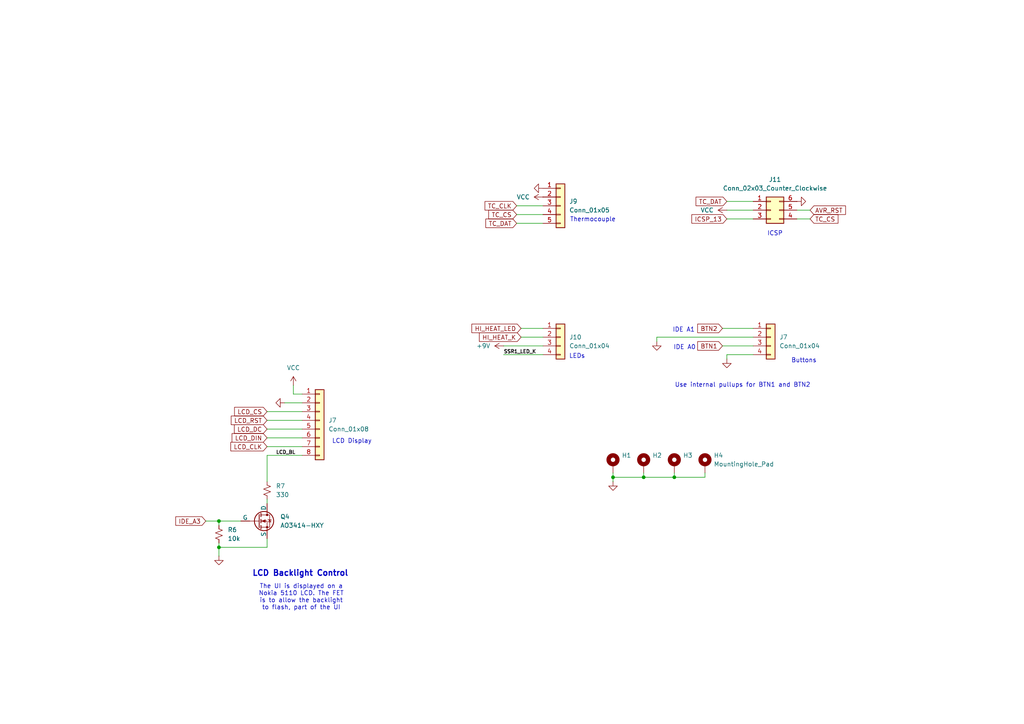
<source format=kicad_sch>
(kicad_sch (version 20250114) (generator "eeschema") (generator_version "9.0")
  (paper "A4")
  (lib_symbols
    (symbol "Connector_Generic:Conn_01x04" (pin_names (offset 1.016) (hide yes))
      (property "Reference" "J" (at 0 5.08 0))
      (property "Value" "Conn_01x04" (at 0 -7.62 0))
      (symbol "Conn_01x04_1_1"
        (rectangle (start -1.27 3.81) (end 1.27 -6.35) (stroke (width 0.254)) (fill (type background)))
        (rectangle (start -1.27 2.667) (end 0 2.413) (stroke (width 0.1524)))
        (rectangle (start -1.27 0.127) (end 0 -0.127) (stroke (width 0.1524)))
        (rectangle (start -1.27 -2.413) (end 0 -2.667) (stroke (width 0.1524)))
        (rectangle (start -1.27 -4.953) (end 0 -5.207) (stroke (width 0.1524)))
        (pin passive line (at -5.08 2.54 0) (length 3.81) (name "Pin_1") (number "1"))
        (pin passive line (at -5.08 0 0) (length 3.81) (name "Pin_2") (number "2"))
        (pin passive line (at -5.08 -2.54 0) (length 3.81) (name "Pin_3") (number "3"))
        (pin passive line (at -5.08 -5.08 0) (length 3.81) (name "Pin_4") (number "4"))
      )
    )
    (symbol "Connector_Generic:Conn_01x05" (pin_names (offset 1.016) (hide yes))
      (property "Reference" "J" (at 0 7.62 0))
      (property "Value" "Conn_01x05" (at 0 -7.62 0))
      (symbol "Conn_01x05_1_1"
        (rectangle (start -1.27 6.35) (end 1.27 -6.35) (stroke (width 0.254)) (fill (type background)))
        (rectangle (start -1.27 5.207) (end 0 4.953) (stroke (width 0.1524)))
        (rectangle (start -1.27 2.667) (end 0 2.413) (stroke (width 0.1524)))
        (rectangle (start -1.27 0.127) (end 0 -0.127) (stroke (width 0.1524)))
        (rectangle (start -1.27 -2.413) (end 0 -2.667) (stroke (width 0.1524)))
        (rectangle (start -1.27 -4.953) (end 0 -5.207) (stroke (width 0.1524)))
        (pin passive line (at -5.08 5.08 0) (length 3.81) (name "Pin_1") (number "1"))
        (pin passive line (at -5.08 2.54 0) (length 3.81) (name "Pin_2") (number "2"))
        (pin passive line (at -5.08 0 0) (length 3.81) (name "Pin_3") (number "3"))
        (pin passive line (at -5.08 -2.54 0) (length 3.81) (name "Pin_4") (number "4"))
        (pin passive line (at -5.08 -5.08 0) (length 3.81) (name "Pin_5") (number "5"))
      )
    )
    (symbol "Connector_Generic:Conn_01x08" (pin_names (offset 1.016) (hide yes))
      (property "Reference" "J" (at 0 10.16 0))
      (property "Value" "Conn_01x08" (at 0 -12.7 0))
      (symbol "Conn_01x08_1_1"
        (rectangle (start -1.27 8.89) (end 1.27 -11.43) (stroke (width 0.254)) (fill (type background)))
        (rectangle (start -1.27 7.747) (end 0 7.493) (stroke (width 0.1524)))
        (rectangle (start -1.27 5.207) (end 0 4.953) (stroke (width 0.1524)))
        (rectangle (start -1.27 2.667) (end 0 2.413) (stroke (width 0.1524)))
        (rectangle (start -1.27 0.127) (end 0 -0.127) (stroke (width 0.1524)))
        (rectangle (start -1.27 -2.413) (end 0 -2.667) (stroke (width 0.1524)))
        (rectangle (start -1.27 -4.953) (end 0 -5.207) (stroke (width 0.1524)))
        (rectangle (start -1.27 -7.493) (end 0 -7.747) (stroke (width 0.1524)))
        (rectangle (start -1.27 -10.033) (end 0 -10.287) (stroke (width 0.1524)))
        (pin passive line (at -5.08 7.62 0) (length 3.81) (name "Pin_1") (number "1"))
        (pin passive line (at -5.08 5.08 0) (length 3.81) (name "Pin_2") (number "2"))
        (pin passive line (at -5.08 2.54 0) (length 3.81) (name "Pin_3") (number "3"))
        (pin passive line (at -5.08 0 0) (length 3.81) (name "Pin_4") (number "4"))
        (pin passive line (at -5.08 -2.54 0) (length 3.81) (name "Pin_5") (number "5"))
        (pin passive line (at -5.08 -5.08 0) (length 3.81) (name "Pin_6") (number "6"))
        (pin passive line (at -5.08 -7.62 0) (length 3.81) (name "Pin_7") (number "7"))
        (pin passive line (at -5.08 -10.16 0) (length 3.81) (name "Pin_8") (number "8"))
      )
    )
    (symbol "Connector_Generic:Conn_02x03_Counter_Clockwise" (pin_names (offset 1.016) (hide yes))
      (property "Reference" "J" (at 1.27 5.08 0))
      (property "Value" "Conn_02x03_Counter_Clockwise" (at 1.27 -5.08 0))
      (symbol "Conn_02x03_Counter_Clockwise_1_1"
        (rectangle (start -1.27 3.81) (end 3.81 -3.81) (stroke (width 0.254)) (fill (type background)))
        (rectangle (start -1.27 2.667) (end 0 2.413) (stroke (width 0.1524)))
        (rectangle (start -1.27 0.127) (end 0 -0.127) (stroke (width 0.1524)))
        (rectangle (start -1.27 -2.413) (end 0 -2.667) (stroke (width 0.1524)))
        (rectangle (start 3.81 2.667) (end 2.54 2.413) (stroke (width 0.1524)))
        (rectangle (start 3.81 0.127) (end 2.54 -0.127) (stroke (width 0.1524)))
        (rectangle (start 3.81 -2.413) (end 2.54 -2.667) (stroke (width 0.1524)))
        (pin passive line (at -5.08 2.54 0) (length 3.81) (name "Pin_1") (number "1"))
        (pin passive line (at -5.08 0 0) (length 3.81) (name "Pin_2") (number "2"))
        (pin passive line (at -5.08 -2.54 0) (length 3.81) (name "Pin_3") (number "3"))
        (pin passive line (at 7.62 2.54 180) (length 3.81) (name "Pin_6") (number "6"))
        (pin passive line (at 7.62 0 180) (length 3.81) (name "Pin_5") (number "5"))
        (pin passive line (at 7.62 -2.54 180) (length 3.81) (name "Pin_4") (number "4"))
      )
    )
    (symbol "Device:R_Small_US" (pin_numbers (hide yes)) (pin_names (offset 0.254) (hide yes))
      (property "Reference" "R" (at 0.762 0.508 0))
      (property "Value" "R_Small_US" (at 0.762 -1.016 0))
      (symbol "R_Small_US_1_1"
        (polyline (pts (xy 0 1.524) (xy 1.016 1.143) (xy 0 0.762) (xy -1.016 0.381) (xy 0 0)))
        (polyline (pts (xy 0 0) (xy 1.016 -0.381) (xy 0 -0.762) (xy -1.016 -1.143) (xy 0 -1.524)))
        (pin passive line (at 0 2.54 270) (length 1.016) (name "~") (number "1"))
        (pin passive line (at 0 -2.54 90) (length 1.016) (name "~") (number "2"))
      )
    )
    (symbol "Mechanical:MountingHole_Pad" (pin_numbers (hide yes)) (pin_names (offset 1.016) (hide yes)) (exclude_from_sim yes) (in_bom no)
      (property "Reference" "H" (at 0 6.35 0))
      (property "Value" "MountingHole_Pad" (at 0 4.445 0))
      (symbol "MountingHole_Pad_0_1"
        (circle (center 0 1.27) (radius 1.27) (stroke (width 1.27)))
      )
      (symbol "MountingHole_Pad_1_1"
        (pin input line (at 0 -2.54 90) (length 2.54) (name "1") (number "1"))
      )
    )
    (symbol "Simulation_SPICE:NMOS" (pin_numbers (hide yes)) (pin_names (offset 0))
      (property "Reference" "Q" (at 5.08 1.27 0))
      (property "Value" "NMOS" (at 5.08 -1.27 0))
      (symbol "NMOS_0_1"
        (polyline (pts (xy 0.254 1.905) (xy 0.254 -1.905)) (stroke (width 0.254)))
        (polyline (pts (xy 0.254 0) (xy -2.54 0)))
        (polyline (pts (xy 0.762 2.286) (xy 0.762 1.27)) (stroke (width 0.254)))
        (polyline (pts (xy 0.762 0.508) (xy 0.762 -0.508)) (stroke (width 0.254)))
        (polyline (pts (xy 0.762 -1.27) (xy 0.762 -2.286)) (stroke (width 0.254)))
        (polyline (pts (xy 0.762 -1.778) (xy 3.302 -1.778) (xy 3.302 1.778) (xy 0.762 1.778)))
        (polyline (pts (xy 1.016 0) (xy 2.032 0.381) (xy 2.032 -0.381) (xy 1.016 0)) (fill (type outline)))
        (circle (center 1.651 0) (radius 2.794) (stroke (width 0.254)))
        (polyline (pts (xy 2.54 2.54) (xy 2.54 1.778)))
        (circle (center 2.54 1.778) (radius 0.254) (fill (type outline)))
        (circle (center 2.54 -1.778) (radius 0.254) (fill (type outline)))
        (polyline (pts (xy 2.54 -2.54) (xy 2.54 0) (xy 0.762 0)))
        (polyline (pts (xy 2.794 0.508) (xy 2.921 0.381) (xy 3.683 0.381) (xy 3.81 0.254)))
        (polyline (pts (xy 3.302 0.381) (xy 2.921 -0.254) (xy 3.683 -0.254) (xy 3.302 0.381)))
      )
      (symbol "NMOS_1_1"
        (pin input line (at -5.08 0 0) (length 2.54) (name "G") (number "2"))
        (pin passive line (at 2.54 5.08 270) (length 2.54) (name "D") (number "1"))
        (pin passive line (at 2.54 -5.08 90) (length 2.54) (name "S") (number "3"))
      )
    )
    (symbol "power:+9V" (power) (pin_numbers (hide yes)) (pin_names (offset 0) (hide yes))
      (property "Value" "+9V" (at 0 3.556 0))
      (symbol "+9V_0_1"
        (polyline (pts (xy -0.762 1.27) (xy 0 2.54)))
        (polyline (pts (xy 0 2.54) (xy 0.762 1.27)))
        (polyline (pts (xy 0 0) (xy 0 2.54)))
      )
      (symbol "+9V_1_1"
        (pin power_in line (at 0 0 90) (length 0) (name "~") (number "1"))
      )
    )
    (symbol "power:GND" (power) (pin_numbers (hide yes)) (pin_names (offset 0) (hide yes))
      (property "Value" "GND" (at 0 -3.81 0))
      (symbol "GND_0_1"
        (polyline (pts (xy 0 0) (xy 0 -1.27) (xy 1.27 -1.27) (xy 0 -2.54) (xy -1.27 -1.27) (xy 0 -1.27)))
      )
      (symbol "GND_1_1"
        (pin power_in line (at 0 0 270) (length 0) (name "~") (number "1"))
      )
    )
    (symbol "power:VCC" (power) (pin_numbers (hide yes)) (pin_names (offset 0) (hide yes))
      (property "Value" "VCC" (at 0 3.556 0))
      (symbol "VCC_0_1"
        (polyline (pts (xy -0.762 1.27) (xy 0 2.54)))
        (polyline (pts (xy 0 2.54) (xy 0.762 1.27)))
        (polyline (pts (xy 0 0) (xy 0 2.54)))
      )
      (symbol "VCC_1_1"
        (pin power_in line (at 0 0 90) (length 0) (name "~") (number "1"))
      )
    )
  )
  (text "LCD Display" (at 102.0675 128.0414 0) (effects (font (size 1.27 1.27))))
  (text "IDE A1" (at 195.072 95.758 0) (effects (font (size 1.27 1.27)) (justify left)))
  (text "IDE A0" (at 195.326 100.838 0) (effects (font (size 1.27 1.27)) (justify left)))
  (text "LCD Backlight Control" (at 87.122 166.37 0) (effects (font (size 1.651 1.651) (thickness 0.3302) (bold yes))))
  (text "ICSP" (at 224.79 67.818 0) (effects (font (size 1.27 1.27))))
  (text "Buttons" (at 233.172 104.648 0) (effects (font (size 1.27 1.27))))
  (text "Thermocouple" (at 171.958 63.754 0) (effects (font (size 1.27 1.27))))
  (text "LEDs" (at 167.386 103.378 0) (effects (font (size 1.27 1.27))))
  (text "The UI is displayed on a\nNokia 5110 LCD. The FET\nis to allow the backlight\nto flash, part of the UI" (at 87.376 173.228 0) (effects (font (size 1.27 1.27))))
  (text "Use internal pullups for BTN1 and BTN2" (at 215.392 111.76 0) (effects (font (size 1.27 1.27))))
  (junction (at 177.8 138.43))
  (junction (at 186.69 138.43))
  (junction (at 63.5 158.75))
  (junction (at 63.5 151.13))
  (junction (at 195.58 138.43))
  (wire (pts (xy 209.55 100.33) (xy 218.44 100.33)))
  (wire (pts (xy 231.14 63.5) (xy 234.95 63.5)))
  (wire (pts (xy 77.47 127) (xy 87.63 127)))
  (wire (pts (xy 210.82 102.87) (xy 210.82 104.14)))
  (wire (pts (xy 77.47 144.78) (xy 77.47 146.05)))
  (wire (pts (xy 146.05 102.87) (xy 157.48 102.87)))
  (wire (pts (xy 186.69 138.43) (xy 177.8 138.43)))
  (wire (pts (xy 77.47 129.54) (xy 87.63 129.54)))
  (wire (pts (xy 59.69 151.13) (xy 63.5 151.13)))
  (wire (pts (xy 231.14 60.96) (xy 234.95 60.96)))
  (wire (pts (xy 195.58 138.43) (xy 186.69 138.43)))
  (wire (pts (xy 177.8 138.43) (xy 177.8 139.7)))
  (wire (pts (xy 82.55 116.84) (xy 87.63 116.84)))
  (wire (pts (xy 204.47 138.43) (xy 195.58 138.43)))
  (wire (pts (xy 151.13 95.25) (xy 157.48 95.25)))
  (wire (pts (xy 87.63 114.3) (xy 85.09 114.3)))
  (wire (pts (xy 195.58 137.16) (xy 195.58 138.43)))
  (wire (pts (xy 77.47 132.08) (xy 77.47 139.7)))
  (wire (pts (xy 63.5 158.75) (xy 63.5 161.29)))
  (wire (pts (xy 77.47 124.46) (xy 87.63 124.46)))
  (wire (pts (xy 149.86 62.23) (xy 157.48 62.23)))
  (wire (pts (xy 218.44 97.79) (xy 190.5 97.79)))
  (wire (pts (xy 151.13 97.79) (xy 157.48 97.79)))
  (wire (pts (xy 63.5 151.13) (xy 69.85 151.13)))
  (wire (pts (xy 63.5 151.13) (xy 63.5 152.4)))
  (wire (pts (xy 218.44 102.87) (xy 210.82 102.87)))
  (wire (pts (xy 77.47 158.75) (xy 63.5 158.75)))
  (wire (pts (xy 146.05 100.33) (xy 157.48 100.33)))
  (wire (pts (xy 149.86 59.69) (xy 157.48 59.69)))
  (wire (pts (xy 77.47 156.21) (xy 77.47 158.75)))
  (wire (pts (xy 177.8 138.43) (xy 177.8 137.16)))
  (wire (pts (xy 209.55 95.25) (xy 218.44 95.25)))
  (wire (pts (xy 190.5 97.79) (xy 190.5 99.06)))
  (wire (pts (xy 210.82 58.42) (xy 218.44 58.42)))
  (wire (pts (xy 210.82 63.5) (xy 218.44 63.5)))
  (wire (pts (xy 210.82 60.96) (xy 218.44 60.96)))
  (wire (pts (xy 77.47 121.92) (xy 87.63 121.92)))
  (wire (pts (xy 149.86 64.77) (xy 157.48 64.77)))
  (wire (pts (xy 63.5 157.48) (xy 63.5 158.75)))
  (wire (pts (xy 77.47 132.08) (xy 87.63 132.08)))
  (wire (pts (xy 204.47 137.16) (xy 204.47 138.43)))
  (wire (pts (xy 85.09 114.3) (xy 85.09 111.76)))
  (wire (pts (xy 186.69 137.16) (xy 186.69 138.43)))
  (wire (pts (xy 77.47 119.38) (xy 87.63 119.38)))
  (label "LCD_BL" (at 80.01 132.08 0) (effects (font (size 1.016 1.016) (thickness 0.2032) (bold yes))))
  (label "SSR1_LED_K" (at 146.05 102.87 0) (effects (font (size 1.016 1.016) (thickness 0.2032) (bold yes))))
  (global_label "AVR_RST" (shape input) (at 234.95 60.96 0) (property "Intersheetrefs" "${INTERSHEET_REFS}" (effects (hide yes))))
  (global_label "BTN2" (shape input) (at 209.55 95.25 180) (property "Intersheetrefs" "${INTERSHEET_REFS}" (effects (hide yes))))
  (global_label "LCD_DIN" (shape input) (at 77.47 127 180) (property "Intersheetrefs" "${INTERSHEET_REFS}" (effects (hide yes))))
  (global_label "LCD_CS" (shape input) (at 77.47 119.38 180) (property "Intersheetrefs" "${INTERSHEET_REFS}" (effects (hide yes))))
  (global_label "TC_DAT" (shape input) (at 210.82 58.42 180) (property "Intersheetrefs" "${INTERSHEET_REFS}" (effects (hide yes))))
  (global_label "TC_CS" (shape input) (at 149.86 62.23 180) (property "Intersheetrefs" "${INTERSHEET_REFS}" (effects (hide yes))))
  (global_label "IDE_A3" (shape input) (at 59.69 151.13 180) (property "Intersheetrefs" "${INTERSHEET_REFS}" (effects (hide yes))))
  (global_label "LCD_RST" (shape input) (at 77.47 121.92 180) (property "Intersheetrefs" "${INTERSHEET_REFS}" (effects (hide yes))))
  (global_label "BTN1" (shape input) (at 209.55 100.33 180) (property "Intersheetrefs" "${INTERSHEET_REFS}" (effects (hide yes))))
  (global_label "HI_HEAT_K" (shape input) (at 151.13 97.79 180) (property "Intersheetrefs" "${INTERSHEET_REFS}" (effects (hide yes))))
  (global_label "HI_HEAT_LED" (shape input) (at 151.13 95.25 180) (property "Intersheetrefs" "${INTERSHEET_REFS}" (effects (hide yes))))
  (global_label "ICSP_13" (shape input) (at 210.82 63.5 180) (property "Intersheetrefs" "${INTERSHEET_REFS}" (effects (hide yes))))
  (global_label "LCD_CLK" (shape input) (at 77.47 129.54 180) (property "Intersheetrefs" "${INTERSHEET_REFS}" (effects (hide yes))))
  (global_label "TC_DAT" (shape input) (at 149.86 64.77 180) (property "Intersheetrefs" "${INTERSHEET_REFS}" (effects (hide yes))))
  (global_label "LCD_DC" (shape input) (at 77.47 124.46 180) (property "Intersheetrefs" "${INTERSHEET_REFS}" (effects (hide yes))))
  (global_label "TC_CLK" (shape input) (at 149.86 59.69 180) (property "Intersheetrefs" "${INTERSHEET_REFS}" (effects (hide yes))))
  (global_label "TC_CS" (shape input) (at 234.95 63.5 0) (property "Intersheetrefs" "${INTERSHEET_REFS}" (effects (hide yes))))
  (symbol (lib_id "Simulation_SPICE:NMOS") (at 74.93 151.13 0) (unit 1)
    (property "Reference" "Q4" (at 81.28 149.8599 0) (effects (justify left)))
    (property "Value" "AO3414-HXY" (at 81.28 152.3999 0) (effects (justify left)))
    (property "Footprint" "Package_TO_SOT_SMD:SOT-23" (effects (hide yes)))
    (property "Datasheet" "https://ngspice.sourceforge.io/docs/ngspice-html-manual/manual.xhtml#cha_MOSFETs" (effects (hide yes)))
    (property "Description" "N-MOSFET transistor, drain/source/gate" (effects (hide yes)))
    (property "Sim.Device" "NMOS" (effects (hide yes)))
    (property "Sim.Type" "VDMOS" (effects (hide yes)))
    (property "Sim.Pins" "1=D 2=G 3=S" (effects (hide yes)))
  )
  (symbol (lib_id "power:GND") (at 210.82 104.14 0) (unit 1)
    (property "Reference" "#PWR034" (effects (hide yes)))
    (property "Value" "GND" (effects (hide yes)))
    (property "Description" "Power symbol creates a global label with name \"GND\" , ground" (effects (hide yes)))
  )
  (symbol (lib_id "Connector_Generic:Conn_01x05") (at 162.56 59.69 0) (unit 1)
    (property "Reference" "J9" (at 165.1 58.4199 0) (effects (justify left)))
    (property "Value" "Conn_01x05" (at 165.1 60.9599 0) (effects (justify left)))
    (property "Footprint" "Connector_JST:JST_XH_B5B-XH-A_1x05_P2.50mm_Vertical" (effects (hide yes)))
    (property "Description" "Generic connector, single row, 01x05, script generated (kicad-library-utils/schlib/autogen/connector/)" (effects (hide yes)))
  )
  (symbol (lib_id "Device:R_Small_US") (at 63.5 154.94 0) (unit 1)
    (property "Reference" "R6" (at 66.04 153.6699 0) (effects (justify left)))
    (property "Value" "10k" (at 66.04 156.2099 0) (effects (justify left)))
    (property "Footprint" "Resistor_SMD:R_0402_1005Metric" (effects (hide yes)))
    (property "Description" "Resistor, small US symbol" (effects (hide yes)))
  )
  (symbol (lib_id "power:GND") (at 157.48 54.61 270) (unit 1)
    (property "Reference" "#PWR017" (effects (hide yes)))
    (property "Value" "GND" (effects (hide yes)))
    (property "Description" "Power symbol creates a global label with name \"GND\" , ground" (effects (hide yes)))
  )
  (symbol (lib_id "power:VCC") (at 85.09 111.76 0) (unit 1)
    (property "Reference" "#PWR044" (effects (hide yes)))
    (property "Value" "VCC" (at 85.09 106.68 0))
    (property "Description" "Power symbol creates a global label with name \"VCC\"" (effects (hide yes)))
  )
  (symbol (lib_id "power:GND") (at 82.55 116.84 270) (unit 1)
    (property "Reference" "#PWR020" (effects (hide yes)))
    (property "Value" "GND" (effects (hide yes)))
    (property "Description" "Power symbol creates a global label with name \"GND\" , ground" (effects (hide yes)))
  )
  (symbol (lib_id "power:VCC") (at 157.48 57.15 90) (unit 1)
    (property "Reference" "#PWR045" (effects (hide yes)))
    (property "Value" "VCC" (at 153.67 57.1499 90) (effects (justify left)))
    (property "Description" "Power symbol creates a global label with name \"VCC\"" (effects (hide yes)))
  )
  (symbol (lib_id "Mechanical:MountingHole_Pad") (at 177.8 134.62 0) (unit 1) (exclude_from_sim yes) (in_bom no)
    (property "Reference" "H1" (at 180.34 132.0799 0) (effects (justify left)))
    (property "Value" "MountingHole_Pad" (effects (hide yes)))
    (property "Footprint" "MountingHole:MountingHole_2.2mm_M2_Pad" (effects (hide yes)))
    (property "Description" "Mounting Hole with connection" (effects (hide yes)))
  )
  (symbol (lib_id "power:GND") (at 231.14 58.42 90) (unit 1)
    (property "Reference" "#PWR029" (effects (hide yes)))
    (property "Value" "GND" (effects (hide yes)))
    (property "Description" "Power symbol creates a global label with name \"GND\" , ground" (effects (hide yes)))
  )
  (symbol (lib_id "Connector_Generic:Conn_01x04") (at 223.52 97.79 0) (unit 1)
    (property "Reference" "J7" (at 226.06 97.7899 0) (effects (justify left)))
    (property "Value" "Conn_01x04" (at 226.06 100.3299 0) (effects (justify left)))
    (property "Footprint" "Connector_JST:JST_PH_B4B-PH-K_1x04_P2.00mm_Vertical" (effects (hide yes)))
    (property "Description" "Generic connector, single row, 01x04, script generated (kicad-library-utils/schlib/autogen/connector/)" (effects (hide yes)))
  )
  (symbol (lib_id "Connector_Generic:Conn_01x08") (at 92.71 121.92 0) (unit 1)
    (property "Reference" "J7" (at 95.25 121.9199 0) (effects (justify left)))
    (property "Value" "Conn_01x08" (at 95.25 124.4599 0) (effects (justify left)))
    (property "Footprint" "Connector_JST:JST_XH_B8B-XH-A_1x08_P2.50mm_Vertical" (effects (hide yes)))
    (property "Description" "Generic connector, single row, 01x08, script generated (kicad-library-utils/schlib/autogen/connector/)" (effects (hide yes)))
  )
  (symbol (lib_id "Connector_Generic:Conn_01x04") (at 162.56 97.79 0) (unit 1)
    (property "Reference" "J10" (at 165.1 97.7899 0) (effects (justify left)))
    (property "Value" "Conn_01x04" (at 165.1 100.3299 0) (effects (justify left)))
    (property "Footprint" "Connector_JST:JST_PH_B4B-PH-K_1x04_P2.00mm_Vertical" (effects (hide yes)))
    (property "Description" "Generic connector, single row, 01x04, script generated (kicad-library-utils/schlib/autogen/connector/)" (effects (hide yes)))
  )
  (symbol (lib_id "power:GND") (at 190.5 99.06 0) (unit 1)
    (property "Reference" "#PWR032" (effects (hide yes)))
    (property "Value" "GND" (effects (hide yes)))
    (property "Description" "Power symbol creates a global label with name \"GND\" , ground" (effects (hide yes)))
  )
  (symbol (lib_id "Device:R_Small_US") (at 77.47 142.24 0) (unit 1)
    (property "Reference" "R7" (at 80.01 140.9699 0) (effects (justify left)))
    (property "Value" "330" (at 80.01 143.5099 0) (effects (justify left)))
    (property "Footprint" "Resistor_SMD:R_0402_1005Metric" (effects (hide yes)))
    (property "Description" "Resistor, small US symbol" (effects (hide yes)))
  )
  (symbol (lib_id "power:VCC") (at 210.82 60.96 90) (unit 1)
    (property "Reference" "#PWR046" (effects (hide yes)))
    (property "Value" "VCC" (at 207.01 60.9599 90) (effects (justify left)))
    (property "Description" "Power symbol creates a global label with name \"VCC\"" (effects (hide yes)))
  )
  (symbol (lib_id "Mechanical:MountingHole_Pad") (at 186.69 134.62 0) (unit 1) (exclude_from_sim yes) (in_bom no)
    (property "Reference" "H2" (at 189.23 132.0799 0) (effects (justify left)))
    (property "Value" "MountingHole_Pad" (effects (hide yes)))
    (property "Footprint" "MountingHole:MountingHole_2.2mm_M2_Pad" (effects (hide yes)))
    (property "Description" "Mounting Hole with connection" (effects (hide yes)))
  )
  (symbol (lib_id "Mechanical:MountingHole_Pad") (at 195.58 134.62 0) (unit 1) (exclude_from_sim yes) (in_bom no)
    (property "Reference" "H3" (at 198.12 132.0799 0) (effects (justify left)))
    (property "Value" "MountingHole_Pad" (effects (hide yes)))
    (property "Footprint" "MountingHole:MountingHole_2.2mm_M2_Pad" (effects (hide yes)))
    (property "Description" "Mounting Hole with connection" (effects (hide yes)))
  )
  (symbol (lib_id "power:GND") (at 63.5 161.29 0) (unit 1)
    (property "Reference" "#PWR014" (effects (hide yes)))
    (property "Value" "GND" (effects (hide yes)))
    (property "Description" "Power symbol creates a global label with name \"GND\" , ground" (effects (hide yes)))
  )
  (symbol (lib_id "power:GND") (at 177.8 139.7 0) (unit 1)
    (property "Reference" "#PWR023" (effects (hide yes)))
    (property "Value" "GND" (effects (hide yes)))
    (property "Description" "Power symbol creates a global label with name \"GND\" , ground" (effects (hide yes)))
  )
  (symbol (lib_id "Mechanical:MountingHole_Pad") (at 204.47 134.62 0) (unit 1) (exclude_from_sim yes) (in_bom no)
    (property "Reference" "H4" (at 207.01 132.0799 0) (effects (justify left)))
    (property "Value" "MountingHole_Pad" (at 207.01 134.6199 0) (effects (justify left)))
    (property "Footprint" "MountingHole:MountingHole_2.2mm_M2_Pad" (effects (hide yes)))
    (property "Description" "Mounting Hole with connection" (effects (hide yes)))
  )
  (symbol (lib_id "Connector_Generic:Conn_02x03_Counter_Clockwise") (at 223.52 60.96 0) (unit 1)
    (property "Reference" "J11" (at 224.79 52.07 0))
    (property "Value" "Conn_02x03_Counter_Clockwise" (at 224.79 54.61 0))
    (property "Footprint" "Connector_PinHeader_2.54mm:PinHeader_2x03_P2.54mm_Vertical" (effects (hide yes)))
    (property "Description" "Generic connector, double row, 02x03, counter clockwise pin numbering scheme (similar to DIP package numbering), script generated (kicad-library-utils/schlib/autogen/connector/)" (effects (hide yes)))
  )
  (symbol (lib_id "power:+9V") (at 146.05 100.33 90) (unit 1)
    (property "Reference" "#PWR038" (effects (hide yes)))
    (property "Value" "+9V" (at 142.24 100.3299 90) (effects (justify left)))
    (property "Description" "Power symbol creates a global label with name \"+9V\"" (effects (hide yes)))
  )
)
</source>
